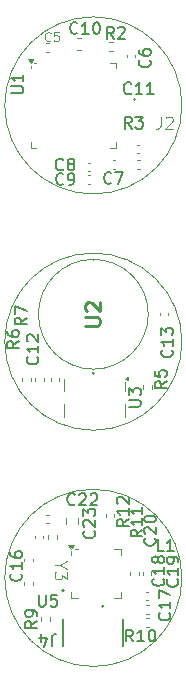
<source format=gbr>
%TF.GenerationSoftware,KiCad,Pcbnew,9.0.0*%
%TF.CreationDate,2025-03-13T16:46:45-04:00*%
%TF.ProjectId,IngestibleCapsule-Board_larger_vias,496e6765-7374-4696-926c-654361707375,rev?*%
%TF.SameCoordinates,Original*%
%TF.FileFunction,Legend,Top*%
%TF.FilePolarity,Positive*%
%FSLAX46Y46*%
G04 Gerber Fmt 4.6, Leading zero omitted, Abs format (unit mm)*
G04 Created by KiCad (PCBNEW 9.0.0) date 2025-03-13 16:46:45*
%MOMM*%
%LPD*%
G01*
G04 APERTURE LIST*
%ADD10C,0.150000*%
%ADD11C,0.093750*%
%ADD12C,0.254000*%
%ADD13C,0.100000*%
%ADD14C,0.152400*%
%ADD15C,0.120000*%
%ADD16C,0.200000*%
%TA.AperFunction,Profile*%
%ADD17C,0.050000*%
%TD*%
G04 APERTURE END LIST*
D10*
X96483333Y-120775180D02*
X96483333Y-120060895D01*
X96483333Y-120060895D02*
X96530952Y-119918038D01*
X96530952Y-119918038D02*
X96626190Y-119822800D01*
X96626190Y-119822800D02*
X96769047Y-119775180D01*
X96769047Y-119775180D02*
X96864285Y-119775180D01*
X95578571Y-120441847D02*
X95578571Y-119775180D01*
X95816666Y-120822800D02*
X96054761Y-120108514D01*
X96054761Y-120108514D02*
X95435714Y-120108514D01*
X95388095Y-116429819D02*
X95388095Y-117239342D01*
X95388095Y-117239342D02*
X95435714Y-117334580D01*
X95435714Y-117334580D02*
X95483333Y-117382200D01*
X95483333Y-117382200D02*
X95578571Y-117429819D01*
X95578571Y-117429819D02*
X95769047Y-117429819D01*
X95769047Y-117429819D02*
X95864285Y-117382200D01*
X95864285Y-117382200D02*
X95911904Y-117334580D01*
X95911904Y-117334580D02*
X95959523Y-117239342D01*
X95959523Y-117239342D02*
X95959523Y-116429819D01*
X96911904Y-116429819D02*
X96435714Y-116429819D01*
X96435714Y-116429819D02*
X96388095Y-116906009D01*
X96388095Y-116906009D02*
X96435714Y-116858390D01*
X96435714Y-116858390D02*
X96530952Y-116810771D01*
X96530952Y-116810771D02*
X96769047Y-116810771D01*
X96769047Y-116810771D02*
X96864285Y-116858390D01*
X96864285Y-116858390D02*
X96911904Y-116906009D01*
X96911904Y-116906009D02*
X96959523Y-117001247D01*
X96959523Y-117001247D02*
X96959523Y-117239342D01*
X96959523Y-117239342D02*
X96911904Y-117334580D01*
X96911904Y-117334580D02*
X96864285Y-117382200D01*
X96864285Y-117382200D02*
X96769047Y-117429819D01*
X96769047Y-117429819D02*
X96530952Y-117429819D01*
X96530952Y-117429819D02*
X96435714Y-117382200D01*
X96435714Y-117382200D02*
X96388095Y-117334580D01*
X107109580Y-115117857D02*
X107157200Y-115165476D01*
X107157200Y-115165476D02*
X107204819Y-115308333D01*
X107204819Y-115308333D02*
X107204819Y-115403571D01*
X107204819Y-115403571D02*
X107157200Y-115546428D01*
X107157200Y-115546428D02*
X107061961Y-115641666D01*
X107061961Y-115641666D02*
X106966723Y-115689285D01*
X106966723Y-115689285D02*
X106776247Y-115736904D01*
X106776247Y-115736904D02*
X106633390Y-115736904D01*
X106633390Y-115736904D02*
X106442914Y-115689285D01*
X106442914Y-115689285D02*
X106347676Y-115641666D01*
X106347676Y-115641666D02*
X106252438Y-115546428D01*
X106252438Y-115546428D02*
X106204819Y-115403571D01*
X106204819Y-115403571D02*
X106204819Y-115308333D01*
X106204819Y-115308333D02*
X106252438Y-115165476D01*
X106252438Y-115165476D02*
X106300057Y-115117857D01*
X107204819Y-114165476D02*
X107204819Y-114736904D01*
X107204819Y-114451190D02*
X106204819Y-114451190D01*
X106204819Y-114451190D02*
X106347676Y-114546428D01*
X106347676Y-114546428D02*
X106442914Y-114641666D01*
X106442914Y-114641666D02*
X106490533Y-114736904D01*
X107204819Y-113689285D02*
X107204819Y-113498809D01*
X107204819Y-113498809D02*
X107157200Y-113403571D01*
X107157200Y-113403571D02*
X107109580Y-113355952D01*
X107109580Y-113355952D02*
X106966723Y-113260714D01*
X106966723Y-113260714D02*
X106776247Y-113213095D01*
X106776247Y-113213095D02*
X106395295Y-113213095D01*
X106395295Y-113213095D02*
X106300057Y-113260714D01*
X106300057Y-113260714D02*
X106252438Y-113308333D01*
X106252438Y-113308333D02*
X106204819Y-113403571D01*
X106204819Y-113403571D02*
X106204819Y-113594047D01*
X106204819Y-113594047D02*
X106252438Y-113689285D01*
X106252438Y-113689285D02*
X106300057Y-113736904D01*
X106300057Y-113736904D02*
X106395295Y-113784523D01*
X106395295Y-113784523D02*
X106633390Y-113784523D01*
X106633390Y-113784523D02*
X106728628Y-113736904D01*
X106728628Y-113736904D02*
X106776247Y-113689285D01*
X106776247Y-113689285D02*
X106823866Y-113594047D01*
X106823866Y-113594047D02*
X106823866Y-113403571D01*
X106823866Y-113403571D02*
X106776247Y-113308333D01*
X106776247Y-113308333D02*
X106728628Y-113260714D01*
X106728628Y-113260714D02*
X106633390Y-113213095D01*
X105909580Y-115067857D02*
X105957200Y-115115476D01*
X105957200Y-115115476D02*
X106004819Y-115258333D01*
X106004819Y-115258333D02*
X106004819Y-115353571D01*
X106004819Y-115353571D02*
X105957200Y-115496428D01*
X105957200Y-115496428D02*
X105861961Y-115591666D01*
X105861961Y-115591666D02*
X105766723Y-115639285D01*
X105766723Y-115639285D02*
X105576247Y-115686904D01*
X105576247Y-115686904D02*
X105433390Y-115686904D01*
X105433390Y-115686904D02*
X105242914Y-115639285D01*
X105242914Y-115639285D02*
X105147676Y-115591666D01*
X105147676Y-115591666D02*
X105052438Y-115496428D01*
X105052438Y-115496428D02*
X105004819Y-115353571D01*
X105004819Y-115353571D02*
X105004819Y-115258333D01*
X105004819Y-115258333D02*
X105052438Y-115115476D01*
X105052438Y-115115476D02*
X105100057Y-115067857D01*
X106004819Y-114115476D02*
X106004819Y-114686904D01*
X106004819Y-114401190D02*
X105004819Y-114401190D01*
X105004819Y-114401190D02*
X105147676Y-114496428D01*
X105147676Y-114496428D02*
X105242914Y-114591666D01*
X105242914Y-114591666D02*
X105290533Y-114686904D01*
X105433390Y-113544047D02*
X105385771Y-113639285D01*
X105385771Y-113639285D02*
X105338152Y-113686904D01*
X105338152Y-113686904D02*
X105242914Y-113734523D01*
X105242914Y-113734523D02*
X105195295Y-113734523D01*
X105195295Y-113734523D02*
X105100057Y-113686904D01*
X105100057Y-113686904D02*
X105052438Y-113639285D01*
X105052438Y-113639285D02*
X105004819Y-113544047D01*
X105004819Y-113544047D02*
X105004819Y-113353571D01*
X105004819Y-113353571D02*
X105052438Y-113258333D01*
X105052438Y-113258333D02*
X105100057Y-113210714D01*
X105100057Y-113210714D02*
X105195295Y-113163095D01*
X105195295Y-113163095D02*
X105242914Y-113163095D01*
X105242914Y-113163095D02*
X105338152Y-113210714D01*
X105338152Y-113210714D02*
X105385771Y-113258333D01*
X105385771Y-113258333D02*
X105433390Y-113353571D01*
X105433390Y-113353571D02*
X105433390Y-113544047D01*
X105433390Y-113544047D02*
X105481009Y-113639285D01*
X105481009Y-113639285D02*
X105528628Y-113686904D01*
X105528628Y-113686904D02*
X105623866Y-113734523D01*
X105623866Y-113734523D02*
X105814342Y-113734523D01*
X105814342Y-113734523D02*
X105909580Y-113686904D01*
X105909580Y-113686904D02*
X105957200Y-113639285D01*
X105957200Y-113639285D02*
X106004819Y-113544047D01*
X106004819Y-113544047D02*
X106004819Y-113353571D01*
X106004819Y-113353571D02*
X105957200Y-113258333D01*
X105957200Y-113258333D02*
X105909580Y-113210714D01*
X105909580Y-113210714D02*
X105814342Y-113163095D01*
X105814342Y-113163095D02*
X105623866Y-113163095D01*
X105623866Y-113163095D02*
X105528628Y-113210714D01*
X105528628Y-113210714D02*
X105481009Y-113258333D01*
X105481009Y-113258333D02*
X105433390Y-113353571D01*
X106644579Y-95722858D02*
X106692199Y-95770477D01*
X106692199Y-95770477D02*
X106739818Y-95913334D01*
X106739818Y-95913334D02*
X106739818Y-96008572D01*
X106739818Y-96008572D02*
X106692199Y-96151429D01*
X106692199Y-96151429D02*
X106596960Y-96246667D01*
X106596960Y-96246667D02*
X106501722Y-96294286D01*
X106501722Y-96294286D02*
X106311246Y-96341905D01*
X106311246Y-96341905D02*
X106168389Y-96341905D01*
X106168389Y-96341905D02*
X105977913Y-96294286D01*
X105977913Y-96294286D02*
X105882675Y-96246667D01*
X105882675Y-96246667D02*
X105787437Y-96151429D01*
X105787437Y-96151429D02*
X105739818Y-96008572D01*
X105739818Y-96008572D02*
X105739818Y-95913334D01*
X105739818Y-95913334D02*
X105787437Y-95770477D01*
X105787437Y-95770477D02*
X105835056Y-95722858D01*
X106739818Y-94770477D02*
X106739818Y-95341905D01*
X106739818Y-95056191D02*
X105739818Y-95056191D01*
X105739818Y-95056191D02*
X105882675Y-95151429D01*
X105882675Y-95151429D02*
X105977913Y-95246667D01*
X105977913Y-95246667D02*
X106025532Y-95341905D01*
X105739818Y-94437143D02*
X105739818Y-93818096D01*
X105739818Y-93818096D02*
X106120770Y-94151429D01*
X106120770Y-94151429D02*
X106120770Y-94008572D01*
X106120770Y-94008572D02*
X106168389Y-93913334D01*
X106168389Y-93913334D02*
X106216008Y-93865715D01*
X106216008Y-93865715D02*
X106311246Y-93818096D01*
X106311246Y-93818096D02*
X106549341Y-93818096D01*
X106549341Y-93818096D02*
X106644579Y-93865715D01*
X106644579Y-93865715D02*
X106692199Y-93913334D01*
X106692199Y-93913334D02*
X106739818Y-94008572D01*
X106739818Y-94008572D02*
X106739818Y-94294286D01*
X106739818Y-94294286D02*
X106692199Y-94389524D01*
X106692199Y-94389524D02*
X106644579Y-94437143D01*
X103357142Y-120379819D02*
X103023809Y-119903628D01*
X102785714Y-120379819D02*
X102785714Y-119379819D01*
X102785714Y-119379819D02*
X103166666Y-119379819D01*
X103166666Y-119379819D02*
X103261904Y-119427438D01*
X103261904Y-119427438D02*
X103309523Y-119475057D01*
X103309523Y-119475057D02*
X103357142Y-119570295D01*
X103357142Y-119570295D02*
X103357142Y-119713152D01*
X103357142Y-119713152D02*
X103309523Y-119808390D01*
X103309523Y-119808390D02*
X103261904Y-119856009D01*
X103261904Y-119856009D02*
X103166666Y-119903628D01*
X103166666Y-119903628D02*
X102785714Y-119903628D01*
X104309523Y-120379819D02*
X103738095Y-120379819D01*
X104023809Y-120379819D02*
X104023809Y-119379819D01*
X104023809Y-119379819D02*
X103928571Y-119522676D01*
X103928571Y-119522676D02*
X103833333Y-119617914D01*
X103833333Y-119617914D02*
X103738095Y-119665533D01*
X104928571Y-119379819D02*
X105023809Y-119379819D01*
X105023809Y-119379819D02*
X105119047Y-119427438D01*
X105119047Y-119427438D02*
X105166666Y-119475057D01*
X105166666Y-119475057D02*
X105214285Y-119570295D01*
X105214285Y-119570295D02*
X105261904Y-119760771D01*
X105261904Y-119760771D02*
X105261904Y-119998866D01*
X105261904Y-119998866D02*
X105214285Y-120189342D01*
X105214285Y-120189342D02*
X105166666Y-120284580D01*
X105166666Y-120284580D02*
X105119047Y-120332200D01*
X105119047Y-120332200D02*
X105023809Y-120379819D01*
X105023809Y-120379819D02*
X104928571Y-120379819D01*
X104928571Y-120379819D02*
X104833333Y-120332200D01*
X104833333Y-120332200D02*
X104785714Y-120284580D01*
X104785714Y-120284580D02*
X104738095Y-120189342D01*
X104738095Y-120189342D02*
X104690476Y-119998866D01*
X104690476Y-119998866D02*
X104690476Y-119760771D01*
X104690476Y-119760771D02*
X104738095Y-119570295D01*
X104738095Y-119570295D02*
X104785714Y-119475057D01*
X104785714Y-119475057D02*
X104833333Y-119427438D01*
X104833333Y-119427438D02*
X104928571Y-119379819D01*
D11*
X96374999Y-69470660D02*
X96339285Y-69506375D01*
X96339285Y-69506375D02*
X96232142Y-69542089D01*
X96232142Y-69542089D02*
X96160714Y-69542089D01*
X96160714Y-69542089D02*
X96053571Y-69506375D01*
X96053571Y-69506375D02*
X95982142Y-69434946D01*
X95982142Y-69434946D02*
X95946428Y-69363517D01*
X95946428Y-69363517D02*
X95910714Y-69220660D01*
X95910714Y-69220660D02*
X95910714Y-69113517D01*
X95910714Y-69113517D02*
X95946428Y-68970660D01*
X95946428Y-68970660D02*
X95982142Y-68899232D01*
X95982142Y-68899232D02*
X96053571Y-68827803D01*
X96053571Y-68827803D02*
X96160714Y-68792089D01*
X96160714Y-68792089D02*
X96232142Y-68792089D01*
X96232142Y-68792089D02*
X96339285Y-68827803D01*
X96339285Y-68827803D02*
X96374999Y-68863517D01*
X97053571Y-68792089D02*
X96696428Y-68792089D01*
X96696428Y-68792089D02*
X96660714Y-69149232D01*
X96660714Y-69149232D02*
X96696428Y-69113517D01*
X96696428Y-69113517D02*
X96767857Y-69077803D01*
X96767857Y-69077803D02*
X96946428Y-69077803D01*
X96946428Y-69077803D02*
X97017857Y-69113517D01*
X97017857Y-69113517D02*
X97053571Y-69149232D01*
X97053571Y-69149232D02*
X97089285Y-69220660D01*
X97089285Y-69220660D02*
X97089285Y-69399232D01*
X97089285Y-69399232D02*
X97053571Y-69470660D01*
X97053571Y-69470660D02*
X97017857Y-69506375D01*
X97017857Y-69506375D02*
X96946428Y-69542089D01*
X96946428Y-69542089D02*
X96767857Y-69542089D01*
X96767857Y-69542089D02*
X96696428Y-69506375D01*
X96696428Y-69506375D02*
X96660714Y-69470660D01*
D10*
X97453333Y-81639580D02*
X97405714Y-81687200D01*
X97405714Y-81687200D02*
X97262857Y-81734819D01*
X97262857Y-81734819D02*
X97167619Y-81734819D01*
X97167619Y-81734819D02*
X97024762Y-81687200D01*
X97024762Y-81687200D02*
X96929524Y-81591961D01*
X96929524Y-81591961D02*
X96881905Y-81496723D01*
X96881905Y-81496723D02*
X96834286Y-81306247D01*
X96834286Y-81306247D02*
X96834286Y-81163390D01*
X96834286Y-81163390D02*
X96881905Y-80972914D01*
X96881905Y-80972914D02*
X96929524Y-80877676D01*
X96929524Y-80877676D02*
X97024762Y-80782438D01*
X97024762Y-80782438D02*
X97167619Y-80734819D01*
X97167619Y-80734819D02*
X97262857Y-80734819D01*
X97262857Y-80734819D02*
X97405714Y-80782438D01*
X97405714Y-80782438D02*
X97453333Y-80830057D01*
X97929524Y-81734819D02*
X98120000Y-81734819D01*
X98120000Y-81734819D02*
X98215238Y-81687200D01*
X98215238Y-81687200D02*
X98262857Y-81639580D01*
X98262857Y-81639580D02*
X98358095Y-81496723D01*
X98358095Y-81496723D02*
X98405714Y-81306247D01*
X98405714Y-81306247D02*
X98405714Y-80925295D01*
X98405714Y-80925295D02*
X98358095Y-80830057D01*
X98358095Y-80830057D02*
X98310476Y-80782438D01*
X98310476Y-80782438D02*
X98215238Y-80734819D01*
X98215238Y-80734819D02*
X98024762Y-80734819D01*
X98024762Y-80734819D02*
X97929524Y-80782438D01*
X97929524Y-80782438D02*
X97881905Y-80830057D01*
X97881905Y-80830057D02*
X97834286Y-80925295D01*
X97834286Y-80925295D02*
X97834286Y-81163390D01*
X97834286Y-81163390D02*
X97881905Y-81258628D01*
X97881905Y-81258628D02*
X97929524Y-81306247D01*
X97929524Y-81306247D02*
X98024762Y-81353866D01*
X98024762Y-81353866D02*
X98215238Y-81353866D01*
X98215238Y-81353866D02*
X98310476Y-81306247D01*
X98310476Y-81306247D02*
X98358095Y-81258628D01*
X98358095Y-81258628D02*
X98405714Y-81163390D01*
D12*
X99304318Y-93647619D02*
X100332413Y-93647619D01*
X100332413Y-93647619D02*
X100453365Y-93587142D01*
X100453365Y-93587142D02*
X100513842Y-93526666D01*
X100513842Y-93526666D02*
X100574318Y-93405714D01*
X100574318Y-93405714D02*
X100574318Y-93163809D01*
X100574318Y-93163809D02*
X100513842Y-93042857D01*
X100513842Y-93042857D02*
X100453365Y-92982380D01*
X100453365Y-92982380D02*
X100332413Y-92921904D01*
X100332413Y-92921904D02*
X99304318Y-92921904D01*
X99425270Y-92377619D02*
X99364794Y-92317143D01*
X99364794Y-92317143D02*
X99304318Y-92196190D01*
X99304318Y-92196190D02*
X99304318Y-91893809D01*
X99304318Y-91893809D02*
X99364794Y-91772857D01*
X99364794Y-91772857D02*
X99425270Y-91712381D01*
X99425270Y-91712381D02*
X99546222Y-91651904D01*
X99546222Y-91651904D02*
X99667175Y-91651904D01*
X99667175Y-91651904D02*
X99848603Y-91712381D01*
X99848603Y-91712381D02*
X100574318Y-92438095D01*
X100574318Y-92438095D02*
X100574318Y-91651904D01*
D10*
X105209580Y-111642857D02*
X105257200Y-111690476D01*
X105257200Y-111690476D02*
X105304819Y-111833333D01*
X105304819Y-111833333D02*
X105304819Y-111928571D01*
X105304819Y-111928571D02*
X105257200Y-112071428D01*
X105257200Y-112071428D02*
X105161961Y-112166666D01*
X105161961Y-112166666D02*
X105066723Y-112214285D01*
X105066723Y-112214285D02*
X104876247Y-112261904D01*
X104876247Y-112261904D02*
X104733390Y-112261904D01*
X104733390Y-112261904D02*
X104542914Y-112214285D01*
X104542914Y-112214285D02*
X104447676Y-112166666D01*
X104447676Y-112166666D02*
X104352438Y-112071428D01*
X104352438Y-112071428D02*
X104304819Y-111928571D01*
X104304819Y-111928571D02*
X104304819Y-111833333D01*
X104304819Y-111833333D02*
X104352438Y-111690476D01*
X104352438Y-111690476D02*
X104400057Y-111642857D01*
X104400057Y-111261904D02*
X104352438Y-111214285D01*
X104352438Y-111214285D02*
X104304819Y-111119047D01*
X104304819Y-111119047D02*
X104304819Y-110880952D01*
X104304819Y-110880952D02*
X104352438Y-110785714D01*
X104352438Y-110785714D02*
X104400057Y-110738095D01*
X104400057Y-110738095D02*
X104495295Y-110690476D01*
X104495295Y-110690476D02*
X104590533Y-110690476D01*
X104590533Y-110690476D02*
X104733390Y-110738095D01*
X104733390Y-110738095D02*
X105304819Y-111309523D01*
X105304819Y-111309523D02*
X105304819Y-110690476D01*
X104304819Y-110071428D02*
X104304819Y-109976190D01*
X104304819Y-109976190D02*
X104352438Y-109880952D01*
X104352438Y-109880952D02*
X104400057Y-109833333D01*
X104400057Y-109833333D02*
X104495295Y-109785714D01*
X104495295Y-109785714D02*
X104685771Y-109738095D01*
X104685771Y-109738095D02*
X104923866Y-109738095D01*
X104923866Y-109738095D02*
X105114342Y-109785714D01*
X105114342Y-109785714D02*
X105209580Y-109833333D01*
X105209580Y-109833333D02*
X105257200Y-109880952D01*
X105257200Y-109880952D02*
X105304819Y-109976190D01*
X105304819Y-109976190D02*
X105304819Y-110071428D01*
X105304819Y-110071428D02*
X105257200Y-110166666D01*
X105257200Y-110166666D02*
X105209580Y-110214285D01*
X105209580Y-110214285D02*
X105114342Y-110261904D01*
X105114342Y-110261904D02*
X104923866Y-110309523D01*
X104923866Y-110309523D02*
X104685771Y-110309523D01*
X104685771Y-110309523D02*
X104495295Y-110261904D01*
X104495295Y-110261904D02*
X104400057Y-110214285D01*
X104400057Y-110214285D02*
X104352438Y-110166666D01*
X104352438Y-110166666D02*
X104304819Y-110071428D01*
X106204819Y-98366666D02*
X105728628Y-98699999D01*
X106204819Y-98938094D02*
X105204819Y-98938094D01*
X105204819Y-98938094D02*
X105204819Y-98557142D01*
X105204819Y-98557142D02*
X105252438Y-98461904D01*
X105252438Y-98461904D02*
X105300057Y-98414285D01*
X105300057Y-98414285D02*
X105395295Y-98366666D01*
X105395295Y-98366666D02*
X105538152Y-98366666D01*
X105538152Y-98366666D02*
X105633390Y-98414285D01*
X105633390Y-98414285D02*
X105681009Y-98461904D01*
X105681009Y-98461904D02*
X105728628Y-98557142D01*
X105728628Y-98557142D02*
X105728628Y-98938094D01*
X105204819Y-97461904D02*
X105204819Y-97938094D01*
X105204819Y-97938094D02*
X105681009Y-97985713D01*
X105681009Y-97985713D02*
X105633390Y-97938094D01*
X105633390Y-97938094D02*
X105585771Y-97842856D01*
X105585771Y-97842856D02*
X105585771Y-97604761D01*
X105585771Y-97604761D02*
X105633390Y-97509523D01*
X105633390Y-97509523D02*
X105681009Y-97461904D01*
X105681009Y-97461904D02*
X105776247Y-97414285D01*
X105776247Y-97414285D02*
X106014342Y-97414285D01*
X106014342Y-97414285D02*
X106109580Y-97461904D01*
X106109580Y-97461904D02*
X106157200Y-97509523D01*
X106157200Y-97509523D02*
X106204819Y-97604761D01*
X106204819Y-97604761D02*
X106204819Y-97842856D01*
X106204819Y-97842856D02*
X106157200Y-97938094D01*
X106157200Y-97938094D02*
X106109580Y-97985713D01*
X106434580Y-117962857D02*
X106482200Y-118010476D01*
X106482200Y-118010476D02*
X106529819Y-118153333D01*
X106529819Y-118153333D02*
X106529819Y-118248571D01*
X106529819Y-118248571D02*
X106482200Y-118391428D01*
X106482200Y-118391428D02*
X106386961Y-118486666D01*
X106386961Y-118486666D02*
X106291723Y-118534285D01*
X106291723Y-118534285D02*
X106101247Y-118581904D01*
X106101247Y-118581904D02*
X105958390Y-118581904D01*
X105958390Y-118581904D02*
X105767914Y-118534285D01*
X105767914Y-118534285D02*
X105672676Y-118486666D01*
X105672676Y-118486666D02*
X105577438Y-118391428D01*
X105577438Y-118391428D02*
X105529819Y-118248571D01*
X105529819Y-118248571D02*
X105529819Y-118153333D01*
X105529819Y-118153333D02*
X105577438Y-118010476D01*
X105577438Y-118010476D02*
X105625057Y-117962857D01*
X106529819Y-117010476D02*
X106529819Y-117581904D01*
X106529819Y-117296190D02*
X105529819Y-117296190D01*
X105529819Y-117296190D02*
X105672676Y-117391428D01*
X105672676Y-117391428D02*
X105767914Y-117486666D01*
X105767914Y-117486666D02*
X105815533Y-117581904D01*
X105529819Y-116677142D02*
X105529819Y-116010476D01*
X105529819Y-116010476D02*
X106529819Y-116439047D01*
X100059580Y-111042857D02*
X100107200Y-111090476D01*
X100107200Y-111090476D02*
X100154819Y-111233333D01*
X100154819Y-111233333D02*
X100154819Y-111328571D01*
X100154819Y-111328571D02*
X100107200Y-111471428D01*
X100107200Y-111471428D02*
X100011961Y-111566666D01*
X100011961Y-111566666D02*
X99916723Y-111614285D01*
X99916723Y-111614285D02*
X99726247Y-111661904D01*
X99726247Y-111661904D02*
X99583390Y-111661904D01*
X99583390Y-111661904D02*
X99392914Y-111614285D01*
X99392914Y-111614285D02*
X99297676Y-111566666D01*
X99297676Y-111566666D02*
X99202438Y-111471428D01*
X99202438Y-111471428D02*
X99154819Y-111328571D01*
X99154819Y-111328571D02*
X99154819Y-111233333D01*
X99154819Y-111233333D02*
X99202438Y-111090476D01*
X99202438Y-111090476D02*
X99250057Y-111042857D01*
X99250057Y-110661904D02*
X99202438Y-110614285D01*
X99202438Y-110614285D02*
X99154819Y-110519047D01*
X99154819Y-110519047D02*
X99154819Y-110280952D01*
X99154819Y-110280952D02*
X99202438Y-110185714D01*
X99202438Y-110185714D02*
X99250057Y-110138095D01*
X99250057Y-110138095D02*
X99345295Y-110090476D01*
X99345295Y-110090476D02*
X99440533Y-110090476D01*
X99440533Y-110090476D02*
X99583390Y-110138095D01*
X99583390Y-110138095D02*
X100154819Y-110709523D01*
X100154819Y-110709523D02*
X100154819Y-110090476D01*
X99154819Y-109757142D02*
X99154819Y-109138095D01*
X99154819Y-109138095D02*
X99535771Y-109471428D01*
X99535771Y-109471428D02*
X99535771Y-109328571D01*
X99535771Y-109328571D02*
X99583390Y-109233333D01*
X99583390Y-109233333D02*
X99631009Y-109185714D01*
X99631009Y-109185714D02*
X99726247Y-109138095D01*
X99726247Y-109138095D02*
X99964342Y-109138095D01*
X99964342Y-109138095D02*
X100059580Y-109185714D01*
X100059580Y-109185714D02*
X100107200Y-109233333D01*
X100107200Y-109233333D02*
X100154819Y-109328571D01*
X100154819Y-109328571D02*
X100154819Y-109614285D01*
X100154819Y-109614285D02*
X100107200Y-109709523D01*
X100107200Y-109709523D02*
X100059580Y-109757142D01*
X95259580Y-96292857D02*
X95307200Y-96340476D01*
X95307200Y-96340476D02*
X95354819Y-96483333D01*
X95354819Y-96483333D02*
X95354819Y-96578571D01*
X95354819Y-96578571D02*
X95307200Y-96721428D01*
X95307200Y-96721428D02*
X95211961Y-96816666D01*
X95211961Y-96816666D02*
X95116723Y-96864285D01*
X95116723Y-96864285D02*
X94926247Y-96911904D01*
X94926247Y-96911904D02*
X94783390Y-96911904D01*
X94783390Y-96911904D02*
X94592914Y-96864285D01*
X94592914Y-96864285D02*
X94497676Y-96816666D01*
X94497676Y-96816666D02*
X94402438Y-96721428D01*
X94402438Y-96721428D02*
X94354819Y-96578571D01*
X94354819Y-96578571D02*
X94354819Y-96483333D01*
X94354819Y-96483333D02*
X94402438Y-96340476D01*
X94402438Y-96340476D02*
X94450057Y-96292857D01*
X95354819Y-95340476D02*
X95354819Y-95911904D01*
X95354819Y-95626190D02*
X94354819Y-95626190D01*
X94354819Y-95626190D02*
X94497676Y-95721428D01*
X94497676Y-95721428D02*
X94592914Y-95816666D01*
X94592914Y-95816666D02*
X94640533Y-95911904D01*
X94450057Y-94959523D02*
X94402438Y-94911904D01*
X94402438Y-94911904D02*
X94354819Y-94816666D01*
X94354819Y-94816666D02*
X94354819Y-94578571D01*
X94354819Y-94578571D02*
X94402438Y-94483333D01*
X94402438Y-94483333D02*
X94450057Y-94435714D01*
X94450057Y-94435714D02*
X94545295Y-94388095D01*
X94545295Y-94388095D02*
X94640533Y-94388095D01*
X94640533Y-94388095D02*
X94783390Y-94435714D01*
X94783390Y-94435714D02*
X95354819Y-95007142D01*
X95354819Y-95007142D02*
X95354819Y-94388095D01*
X98657142Y-68859580D02*
X98609523Y-68907200D01*
X98609523Y-68907200D02*
X98466666Y-68954819D01*
X98466666Y-68954819D02*
X98371428Y-68954819D01*
X98371428Y-68954819D02*
X98228571Y-68907200D01*
X98228571Y-68907200D02*
X98133333Y-68811961D01*
X98133333Y-68811961D02*
X98085714Y-68716723D01*
X98085714Y-68716723D02*
X98038095Y-68526247D01*
X98038095Y-68526247D02*
X98038095Y-68383390D01*
X98038095Y-68383390D02*
X98085714Y-68192914D01*
X98085714Y-68192914D02*
X98133333Y-68097676D01*
X98133333Y-68097676D02*
X98228571Y-68002438D01*
X98228571Y-68002438D02*
X98371428Y-67954819D01*
X98371428Y-67954819D02*
X98466666Y-67954819D01*
X98466666Y-67954819D02*
X98609523Y-68002438D01*
X98609523Y-68002438D02*
X98657142Y-68050057D01*
X99609523Y-68954819D02*
X99038095Y-68954819D01*
X99323809Y-68954819D02*
X99323809Y-67954819D01*
X99323809Y-67954819D02*
X99228571Y-68097676D01*
X99228571Y-68097676D02*
X99133333Y-68192914D01*
X99133333Y-68192914D02*
X99038095Y-68240533D01*
X100228571Y-67954819D02*
X100323809Y-67954819D01*
X100323809Y-67954819D02*
X100419047Y-68002438D01*
X100419047Y-68002438D02*
X100466666Y-68050057D01*
X100466666Y-68050057D02*
X100514285Y-68145295D01*
X100514285Y-68145295D02*
X100561904Y-68335771D01*
X100561904Y-68335771D02*
X100561904Y-68573866D01*
X100561904Y-68573866D02*
X100514285Y-68764342D01*
X100514285Y-68764342D02*
X100466666Y-68859580D01*
X100466666Y-68859580D02*
X100419047Y-68907200D01*
X100419047Y-68907200D02*
X100323809Y-68954819D01*
X100323809Y-68954819D02*
X100228571Y-68954819D01*
X100228571Y-68954819D02*
X100133333Y-68907200D01*
X100133333Y-68907200D02*
X100085714Y-68859580D01*
X100085714Y-68859580D02*
X100038095Y-68764342D01*
X100038095Y-68764342D02*
X99990476Y-68573866D01*
X99990476Y-68573866D02*
X99990476Y-68335771D01*
X99990476Y-68335771D02*
X100038095Y-68145295D01*
X100038095Y-68145295D02*
X100085714Y-68050057D01*
X100085714Y-68050057D02*
X100133333Y-68002438D01*
X100133333Y-68002438D02*
X100228571Y-67954819D01*
X98432142Y-108759580D02*
X98384523Y-108807200D01*
X98384523Y-108807200D02*
X98241666Y-108854819D01*
X98241666Y-108854819D02*
X98146428Y-108854819D01*
X98146428Y-108854819D02*
X98003571Y-108807200D01*
X98003571Y-108807200D02*
X97908333Y-108711961D01*
X97908333Y-108711961D02*
X97860714Y-108616723D01*
X97860714Y-108616723D02*
X97813095Y-108426247D01*
X97813095Y-108426247D02*
X97813095Y-108283390D01*
X97813095Y-108283390D02*
X97860714Y-108092914D01*
X97860714Y-108092914D02*
X97908333Y-107997676D01*
X97908333Y-107997676D02*
X98003571Y-107902438D01*
X98003571Y-107902438D02*
X98146428Y-107854819D01*
X98146428Y-107854819D02*
X98241666Y-107854819D01*
X98241666Y-107854819D02*
X98384523Y-107902438D01*
X98384523Y-107902438D02*
X98432142Y-107950057D01*
X98813095Y-107950057D02*
X98860714Y-107902438D01*
X98860714Y-107902438D02*
X98955952Y-107854819D01*
X98955952Y-107854819D02*
X99194047Y-107854819D01*
X99194047Y-107854819D02*
X99289285Y-107902438D01*
X99289285Y-107902438D02*
X99336904Y-107950057D01*
X99336904Y-107950057D02*
X99384523Y-108045295D01*
X99384523Y-108045295D02*
X99384523Y-108140533D01*
X99384523Y-108140533D02*
X99336904Y-108283390D01*
X99336904Y-108283390D02*
X98765476Y-108854819D01*
X98765476Y-108854819D02*
X99384523Y-108854819D01*
X99765476Y-107950057D02*
X99813095Y-107902438D01*
X99813095Y-107902438D02*
X99908333Y-107854819D01*
X99908333Y-107854819D02*
X100146428Y-107854819D01*
X100146428Y-107854819D02*
X100241666Y-107902438D01*
X100241666Y-107902438D02*
X100289285Y-107950057D01*
X100289285Y-107950057D02*
X100336904Y-108045295D01*
X100336904Y-108045295D02*
X100336904Y-108140533D01*
X100336904Y-108140533D02*
X100289285Y-108283390D01*
X100289285Y-108283390D02*
X99717857Y-108854819D01*
X99717857Y-108854819D02*
X100336904Y-108854819D01*
X97443333Y-80409580D02*
X97395714Y-80457200D01*
X97395714Y-80457200D02*
X97252857Y-80504819D01*
X97252857Y-80504819D02*
X97157619Y-80504819D01*
X97157619Y-80504819D02*
X97014762Y-80457200D01*
X97014762Y-80457200D02*
X96919524Y-80361961D01*
X96919524Y-80361961D02*
X96871905Y-80266723D01*
X96871905Y-80266723D02*
X96824286Y-80076247D01*
X96824286Y-80076247D02*
X96824286Y-79933390D01*
X96824286Y-79933390D02*
X96871905Y-79742914D01*
X96871905Y-79742914D02*
X96919524Y-79647676D01*
X96919524Y-79647676D02*
X97014762Y-79552438D01*
X97014762Y-79552438D02*
X97157619Y-79504819D01*
X97157619Y-79504819D02*
X97252857Y-79504819D01*
X97252857Y-79504819D02*
X97395714Y-79552438D01*
X97395714Y-79552438D02*
X97443333Y-79600057D01*
X98014762Y-79933390D02*
X97919524Y-79885771D01*
X97919524Y-79885771D02*
X97871905Y-79838152D01*
X97871905Y-79838152D02*
X97824286Y-79742914D01*
X97824286Y-79742914D02*
X97824286Y-79695295D01*
X97824286Y-79695295D02*
X97871905Y-79600057D01*
X97871905Y-79600057D02*
X97919524Y-79552438D01*
X97919524Y-79552438D02*
X98014762Y-79504819D01*
X98014762Y-79504819D02*
X98205238Y-79504819D01*
X98205238Y-79504819D02*
X98300476Y-79552438D01*
X98300476Y-79552438D02*
X98348095Y-79600057D01*
X98348095Y-79600057D02*
X98395714Y-79695295D01*
X98395714Y-79695295D02*
X98395714Y-79742914D01*
X98395714Y-79742914D02*
X98348095Y-79838152D01*
X98348095Y-79838152D02*
X98300476Y-79885771D01*
X98300476Y-79885771D02*
X98205238Y-79933390D01*
X98205238Y-79933390D02*
X98014762Y-79933390D01*
X98014762Y-79933390D02*
X97919524Y-79981009D01*
X97919524Y-79981009D02*
X97871905Y-80028628D01*
X97871905Y-80028628D02*
X97824286Y-80123866D01*
X97824286Y-80123866D02*
X97824286Y-80314342D01*
X97824286Y-80314342D02*
X97871905Y-80409580D01*
X97871905Y-80409580D02*
X97919524Y-80457200D01*
X97919524Y-80457200D02*
X98014762Y-80504819D01*
X98014762Y-80504819D02*
X98205238Y-80504819D01*
X98205238Y-80504819D02*
X98300476Y-80457200D01*
X98300476Y-80457200D02*
X98348095Y-80409580D01*
X98348095Y-80409580D02*
X98395714Y-80314342D01*
X98395714Y-80314342D02*
X98395714Y-80123866D01*
X98395714Y-80123866D02*
X98348095Y-80028628D01*
X98348095Y-80028628D02*
X98300476Y-79981009D01*
X98300476Y-79981009D02*
X98205238Y-79933390D01*
X103207142Y-73959580D02*
X103159523Y-74007200D01*
X103159523Y-74007200D02*
X103016666Y-74054819D01*
X103016666Y-74054819D02*
X102921428Y-74054819D01*
X102921428Y-74054819D02*
X102778571Y-74007200D01*
X102778571Y-74007200D02*
X102683333Y-73911961D01*
X102683333Y-73911961D02*
X102635714Y-73816723D01*
X102635714Y-73816723D02*
X102588095Y-73626247D01*
X102588095Y-73626247D02*
X102588095Y-73483390D01*
X102588095Y-73483390D02*
X102635714Y-73292914D01*
X102635714Y-73292914D02*
X102683333Y-73197676D01*
X102683333Y-73197676D02*
X102778571Y-73102438D01*
X102778571Y-73102438D02*
X102921428Y-73054819D01*
X102921428Y-73054819D02*
X103016666Y-73054819D01*
X103016666Y-73054819D02*
X103159523Y-73102438D01*
X103159523Y-73102438D02*
X103207142Y-73150057D01*
X104159523Y-74054819D02*
X103588095Y-74054819D01*
X103873809Y-74054819D02*
X103873809Y-73054819D01*
X103873809Y-73054819D02*
X103778571Y-73197676D01*
X103778571Y-73197676D02*
X103683333Y-73292914D01*
X103683333Y-73292914D02*
X103588095Y-73340533D01*
X105111904Y-74054819D02*
X104540476Y-74054819D01*
X104826190Y-74054819D02*
X104826190Y-73054819D01*
X104826190Y-73054819D02*
X104730952Y-73197676D01*
X104730952Y-73197676D02*
X104635714Y-73292914D01*
X104635714Y-73292914D02*
X104540476Y-73340533D01*
X104154819Y-110917857D02*
X103678628Y-111251190D01*
X104154819Y-111489285D02*
X103154819Y-111489285D01*
X103154819Y-111489285D02*
X103154819Y-111108333D01*
X103154819Y-111108333D02*
X103202438Y-111013095D01*
X103202438Y-111013095D02*
X103250057Y-110965476D01*
X103250057Y-110965476D02*
X103345295Y-110917857D01*
X103345295Y-110917857D02*
X103488152Y-110917857D01*
X103488152Y-110917857D02*
X103583390Y-110965476D01*
X103583390Y-110965476D02*
X103631009Y-111013095D01*
X103631009Y-111013095D02*
X103678628Y-111108333D01*
X103678628Y-111108333D02*
X103678628Y-111489285D01*
X104154819Y-109965476D02*
X104154819Y-110536904D01*
X104154819Y-110251190D02*
X103154819Y-110251190D01*
X103154819Y-110251190D02*
X103297676Y-110346428D01*
X103297676Y-110346428D02*
X103392914Y-110441666D01*
X103392914Y-110441666D02*
X103440533Y-110536904D01*
X104154819Y-109013095D02*
X104154819Y-109584523D01*
X104154819Y-109298809D02*
X103154819Y-109298809D01*
X103154819Y-109298809D02*
X103297676Y-109394047D01*
X103297676Y-109394047D02*
X103392914Y-109489285D01*
X103392914Y-109489285D02*
X103440533Y-109584523D01*
X94354819Y-92966666D02*
X93878628Y-93299999D01*
X94354819Y-93538094D02*
X93354819Y-93538094D01*
X93354819Y-93538094D02*
X93354819Y-93157142D01*
X93354819Y-93157142D02*
X93402438Y-93061904D01*
X93402438Y-93061904D02*
X93450057Y-93014285D01*
X93450057Y-93014285D02*
X93545295Y-92966666D01*
X93545295Y-92966666D02*
X93688152Y-92966666D01*
X93688152Y-92966666D02*
X93783390Y-93014285D01*
X93783390Y-93014285D02*
X93831009Y-93061904D01*
X93831009Y-93061904D02*
X93878628Y-93157142D01*
X93878628Y-93157142D02*
X93878628Y-93538094D01*
X93354819Y-92633332D02*
X93354819Y-91966666D01*
X93354819Y-91966666D02*
X94354819Y-92395237D01*
X104759580Y-71166666D02*
X104807200Y-71214285D01*
X104807200Y-71214285D02*
X104854819Y-71357142D01*
X104854819Y-71357142D02*
X104854819Y-71452380D01*
X104854819Y-71452380D02*
X104807200Y-71595237D01*
X104807200Y-71595237D02*
X104711961Y-71690475D01*
X104711961Y-71690475D02*
X104616723Y-71738094D01*
X104616723Y-71738094D02*
X104426247Y-71785713D01*
X104426247Y-71785713D02*
X104283390Y-71785713D01*
X104283390Y-71785713D02*
X104092914Y-71738094D01*
X104092914Y-71738094D02*
X103997676Y-71690475D01*
X103997676Y-71690475D02*
X103902438Y-71595237D01*
X103902438Y-71595237D02*
X103854819Y-71452380D01*
X103854819Y-71452380D02*
X103854819Y-71357142D01*
X103854819Y-71357142D02*
X103902438Y-71214285D01*
X103902438Y-71214285D02*
X103950057Y-71166666D01*
X103854819Y-70309523D02*
X103854819Y-70499999D01*
X103854819Y-70499999D02*
X103902438Y-70595237D01*
X103902438Y-70595237D02*
X103950057Y-70642856D01*
X103950057Y-70642856D02*
X104092914Y-70738094D01*
X104092914Y-70738094D02*
X104283390Y-70785713D01*
X104283390Y-70785713D02*
X104664342Y-70785713D01*
X104664342Y-70785713D02*
X104759580Y-70738094D01*
X104759580Y-70738094D02*
X104807200Y-70690475D01*
X104807200Y-70690475D02*
X104854819Y-70595237D01*
X104854819Y-70595237D02*
X104854819Y-70404761D01*
X104854819Y-70404761D02*
X104807200Y-70309523D01*
X104807200Y-70309523D02*
X104759580Y-70261904D01*
X104759580Y-70261904D02*
X104664342Y-70214285D01*
X104664342Y-70214285D02*
X104426247Y-70214285D01*
X104426247Y-70214285D02*
X104331009Y-70261904D01*
X104331009Y-70261904D02*
X104283390Y-70309523D01*
X104283390Y-70309523D02*
X104235771Y-70404761D01*
X104235771Y-70404761D02*
X104235771Y-70595237D01*
X104235771Y-70595237D02*
X104283390Y-70690475D01*
X104283390Y-70690475D02*
X104331009Y-70738094D01*
X104331009Y-70738094D02*
X104426247Y-70785713D01*
X101533333Y-81559580D02*
X101485714Y-81607200D01*
X101485714Y-81607200D02*
X101342857Y-81654819D01*
X101342857Y-81654819D02*
X101247619Y-81654819D01*
X101247619Y-81654819D02*
X101104762Y-81607200D01*
X101104762Y-81607200D02*
X101009524Y-81511961D01*
X101009524Y-81511961D02*
X100961905Y-81416723D01*
X100961905Y-81416723D02*
X100914286Y-81226247D01*
X100914286Y-81226247D02*
X100914286Y-81083390D01*
X100914286Y-81083390D02*
X100961905Y-80892914D01*
X100961905Y-80892914D02*
X101009524Y-80797676D01*
X101009524Y-80797676D02*
X101104762Y-80702438D01*
X101104762Y-80702438D02*
X101247619Y-80654819D01*
X101247619Y-80654819D02*
X101342857Y-80654819D01*
X101342857Y-80654819D02*
X101485714Y-80702438D01*
X101485714Y-80702438D02*
X101533333Y-80750057D01*
X101866667Y-80654819D02*
X102533333Y-80654819D01*
X102533333Y-80654819D02*
X102104762Y-81654819D01*
X93704819Y-94966666D02*
X93228628Y-95299999D01*
X93704819Y-95538094D02*
X92704819Y-95538094D01*
X92704819Y-95538094D02*
X92704819Y-95157142D01*
X92704819Y-95157142D02*
X92752438Y-95061904D01*
X92752438Y-95061904D02*
X92800057Y-95014285D01*
X92800057Y-95014285D02*
X92895295Y-94966666D01*
X92895295Y-94966666D02*
X93038152Y-94966666D01*
X93038152Y-94966666D02*
X93133390Y-95014285D01*
X93133390Y-95014285D02*
X93181009Y-95061904D01*
X93181009Y-95061904D02*
X93228628Y-95157142D01*
X93228628Y-95157142D02*
X93228628Y-95538094D01*
X92704819Y-94109523D02*
X92704819Y-94299999D01*
X92704819Y-94299999D02*
X92752438Y-94395237D01*
X92752438Y-94395237D02*
X92800057Y-94442856D01*
X92800057Y-94442856D02*
X92942914Y-94538094D01*
X92942914Y-94538094D02*
X93133390Y-94585713D01*
X93133390Y-94585713D02*
X93514342Y-94585713D01*
X93514342Y-94585713D02*
X93609580Y-94538094D01*
X93609580Y-94538094D02*
X93657200Y-94490475D01*
X93657200Y-94490475D02*
X93704819Y-94395237D01*
X93704819Y-94395237D02*
X93704819Y-94204761D01*
X93704819Y-94204761D02*
X93657200Y-94109523D01*
X93657200Y-94109523D02*
X93609580Y-94061904D01*
X93609580Y-94061904D02*
X93514342Y-94014285D01*
X93514342Y-94014285D02*
X93276247Y-94014285D01*
X93276247Y-94014285D02*
X93181009Y-94061904D01*
X93181009Y-94061904D02*
X93133390Y-94109523D01*
X93133390Y-94109523D02*
X93085771Y-94204761D01*
X93085771Y-94204761D02*
X93085771Y-94395237D01*
X93085771Y-94395237D02*
X93133390Y-94490475D01*
X93133390Y-94490475D02*
X93181009Y-94538094D01*
X93181009Y-94538094D02*
X93276247Y-94585713D01*
X95234819Y-118666666D02*
X94758628Y-118999999D01*
X95234819Y-119238094D02*
X94234819Y-119238094D01*
X94234819Y-119238094D02*
X94234819Y-118857142D01*
X94234819Y-118857142D02*
X94282438Y-118761904D01*
X94282438Y-118761904D02*
X94330057Y-118714285D01*
X94330057Y-118714285D02*
X94425295Y-118666666D01*
X94425295Y-118666666D02*
X94568152Y-118666666D01*
X94568152Y-118666666D02*
X94663390Y-118714285D01*
X94663390Y-118714285D02*
X94711009Y-118761904D01*
X94711009Y-118761904D02*
X94758628Y-118857142D01*
X94758628Y-118857142D02*
X94758628Y-119238094D01*
X95234819Y-118190475D02*
X95234819Y-117999999D01*
X95234819Y-117999999D02*
X95187200Y-117904761D01*
X95187200Y-117904761D02*
X95139580Y-117857142D01*
X95139580Y-117857142D02*
X94996723Y-117761904D01*
X94996723Y-117761904D02*
X94806247Y-117714285D01*
X94806247Y-117714285D02*
X94425295Y-117714285D01*
X94425295Y-117714285D02*
X94330057Y-117761904D01*
X94330057Y-117761904D02*
X94282438Y-117809523D01*
X94282438Y-117809523D02*
X94234819Y-117904761D01*
X94234819Y-117904761D02*
X94234819Y-118095237D01*
X94234819Y-118095237D02*
X94282438Y-118190475D01*
X94282438Y-118190475D02*
X94330057Y-118238094D01*
X94330057Y-118238094D02*
X94425295Y-118285713D01*
X94425295Y-118285713D02*
X94663390Y-118285713D01*
X94663390Y-118285713D02*
X94758628Y-118238094D01*
X94758628Y-118238094D02*
X94806247Y-118190475D01*
X94806247Y-118190475D02*
X94853866Y-118095237D01*
X94853866Y-118095237D02*
X94853866Y-117904761D01*
X94853866Y-117904761D02*
X94806247Y-117809523D01*
X94806247Y-117809523D02*
X94758628Y-117761904D01*
X94758628Y-117761904D02*
X94663390Y-117714285D01*
X103233333Y-76954819D02*
X102900000Y-76478628D01*
X102661905Y-76954819D02*
X102661905Y-75954819D01*
X102661905Y-75954819D02*
X103042857Y-75954819D01*
X103042857Y-75954819D02*
X103138095Y-76002438D01*
X103138095Y-76002438D02*
X103185714Y-76050057D01*
X103185714Y-76050057D02*
X103233333Y-76145295D01*
X103233333Y-76145295D02*
X103233333Y-76288152D01*
X103233333Y-76288152D02*
X103185714Y-76383390D01*
X103185714Y-76383390D02*
X103138095Y-76431009D01*
X103138095Y-76431009D02*
X103042857Y-76478628D01*
X103042857Y-76478628D02*
X102661905Y-76478628D01*
X103566667Y-75954819D02*
X104185714Y-75954819D01*
X104185714Y-75954819D02*
X103852381Y-76335771D01*
X103852381Y-76335771D02*
X103995238Y-76335771D01*
X103995238Y-76335771D02*
X104090476Y-76383390D01*
X104090476Y-76383390D02*
X104138095Y-76431009D01*
X104138095Y-76431009D02*
X104185714Y-76526247D01*
X104185714Y-76526247D02*
X104185714Y-76764342D01*
X104185714Y-76764342D02*
X104138095Y-76859580D01*
X104138095Y-76859580D02*
X104090476Y-76907200D01*
X104090476Y-76907200D02*
X103995238Y-76954819D01*
X103995238Y-76954819D02*
X103709524Y-76954819D01*
X103709524Y-76954819D02*
X103614286Y-76907200D01*
X103614286Y-76907200D02*
X103566667Y-76859580D01*
D13*
X105716666Y-75957419D02*
X105716666Y-76671704D01*
X105716666Y-76671704D02*
X105669047Y-76814561D01*
X105669047Y-76814561D02*
X105573809Y-76909800D01*
X105573809Y-76909800D02*
X105430952Y-76957419D01*
X105430952Y-76957419D02*
X105335714Y-76957419D01*
X106145238Y-76052657D02*
X106192857Y-76005038D01*
X106192857Y-76005038D02*
X106288095Y-75957419D01*
X106288095Y-75957419D02*
X106526190Y-75957419D01*
X106526190Y-75957419D02*
X106621428Y-76005038D01*
X106621428Y-76005038D02*
X106669047Y-76052657D01*
X106669047Y-76052657D02*
X106716666Y-76147895D01*
X106716666Y-76147895D02*
X106716666Y-76243133D01*
X106716666Y-76243133D02*
X106669047Y-76385990D01*
X106669047Y-76385990D02*
X106097619Y-76957419D01*
X106097619Y-76957419D02*
X106716666Y-76957419D01*
D10*
X102979819Y-110042857D02*
X102503628Y-110376190D01*
X102979819Y-110614285D02*
X101979819Y-110614285D01*
X101979819Y-110614285D02*
X101979819Y-110233333D01*
X101979819Y-110233333D02*
X102027438Y-110138095D01*
X102027438Y-110138095D02*
X102075057Y-110090476D01*
X102075057Y-110090476D02*
X102170295Y-110042857D01*
X102170295Y-110042857D02*
X102313152Y-110042857D01*
X102313152Y-110042857D02*
X102408390Y-110090476D01*
X102408390Y-110090476D02*
X102456009Y-110138095D01*
X102456009Y-110138095D02*
X102503628Y-110233333D01*
X102503628Y-110233333D02*
X102503628Y-110614285D01*
X102979819Y-109090476D02*
X102979819Y-109661904D01*
X102979819Y-109376190D02*
X101979819Y-109376190D01*
X101979819Y-109376190D02*
X102122676Y-109471428D01*
X102122676Y-109471428D02*
X102217914Y-109566666D01*
X102217914Y-109566666D02*
X102265533Y-109661904D01*
X102075057Y-108709523D02*
X102027438Y-108661904D01*
X102027438Y-108661904D02*
X101979819Y-108566666D01*
X101979819Y-108566666D02*
X101979819Y-108328571D01*
X101979819Y-108328571D02*
X102027438Y-108233333D01*
X102027438Y-108233333D02*
X102075057Y-108185714D01*
X102075057Y-108185714D02*
X102170295Y-108138095D01*
X102170295Y-108138095D02*
X102265533Y-108138095D01*
X102265533Y-108138095D02*
X102408390Y-108185714D01*
X102408390Y-108185714D02*
X102979819Y-108757142D01*
X102979819Y-108757142D02*
X102979819Y-108138095D01*
X93054819Y-73961904D02*
X93864342Y-73961904D01*
X93864342Y-73961904D02*
X93959580Y-73914285D01*
X93959580Y-73914285D02*
X94007200Y-73866666D01*
X94007200Y-73866666D02*
X94054819Y-73771428D01*
X94054819Y-73771428D02*
X94054819Y-73580952D01*
X94054819Y-73580952D02*
X94007200Y-73485714D01*
X94007200Y-73485714D02*
X93959580Y-73438095D01*
X93959580Y-73438095D02*
X93864342Y-73390476D01*
X93864342Y-73390476D02*
X93054819Y-73390476D01*
X94054819Y-72390476D02*
X94054819Y-72961904D01*
X94054819Y-72676190D02*
X93054819Y-72676190D01*
X93054819Y-72676190D02*
X93197676Y-72771428D01*
X93197676Y-72771428D02*
X93292914Y-72866666D01*
X93292914Y-72866666D02*
X93340533Y-72961904D01*
X93859580Y-114642857D02*
X93907200Y-114690476D01*
X93907200Y-114690476D02*
X93954819Y-114833333D01*
X93954819Y-114833333D02*
X93954819Y-114928571D01*
X93954819Y-114928571D02*
X93907200Y-115071428D01*
X93907200Y-115071428D02*
X93811961Y-115166666D01*
X93811961Y-115166666D02*
X93716723Y-115214285D01*
X93716723Y-115214285D02*
X93526247Y-115261904D01*
X93526247Y-115261904D02*
X93383390Y-115261904D01*
X93383390Y-115261904D02*
X93192914Y-115214285D01*
X93192914Y-115214285D02*
X93097676Y-115166666D01*
X93097676Y-115166666D02*
X93002438Y-115071428D01*
X93002438Y-115071428D02*
X92954819Y-114928571D01*
X92954819Y-114928571D02*
X92954819Y-114833333D01*
X92954819Y-114833333D02*
X93002438Y-114690476D01*
X93002438Y-114690476D02*
X93050057Y-114642857D01*
X93954819Y-113690476D02*
X93954819Y-114261904D01*
X93954819Y-113976190D02*
X92954819Y-113976190D01*
X92954819Y-113976190D02*
X93097676Y-114071428D01*
X93097676Y-114071428D02*
X93192914Y-114166666D01*
X93192914Y-114166666D02*
X93240533Y-114261904D01*
X92954819Y-112833333D02*
X92954819Y-113023809D01*
X92954819Y-113023809D02*
X93002438Y-113119047D01*
X93002438Y-113119047D02*
X93050057Y-113166666D01*
X93050057Y-113166666D02*
X93192914Y-113261904D01*
X93192914Y-113261904D02*
X93383390Y-113309523D01*
X93383390Y-113309523D02*
X93764342Y-113309523D01*
X93764342Y-113309523D02*
X93859580Y-113261904D01*
X93859580Y-113261904D02*
X93907200Y-113214285D01*
X93907200Y-113214285D02*
X93954819Y-113119047D01*
X93954819Y-113119047D02*
X93954819Y-112928571D01*
X93954819Y-112928571D02*
X93907200Y-112833333D01*
X93907200Y-112833333D02*
X93859580Y-112785714D01*
X93859580Y-112785714D02*
X93764342Y-112738095D01*
X93764342Y-112738095D02*
X93526247Y-112738095D01*
X93526247Y-112738095D02*
X93431009Y-112785714D01*
X93431009Y-112785714D02*
X93383390Y-112833333D01*
X93383390Y-112833333D02*
X93335771Y-112928571D01*
X93335771Y-112928571D02*
X93335771Y-113119047D01*
X93335771Y-113119047D02*
X93383390Y-113214285D01*
X93383390Y-113214285D02*
X93431009Y-113261904D01*
X93431009Y-113261904D02*
X93526247Y-113309523D01*
D13*
X97218771Y-113923809D02*
X96742580Y-113923809D01*
X97742580Y-113590476D02*
X97218771Y-113923809D01*
X97218771Y-113923809D02*
X97742580Y-114257142D01*
X97742580Y-114495238D02*
X97742580Y-115114285D01*
X97742580Y-115114285D02*
X97361628Y-114780952D01*
X97361628Y-114780952D02*
X97361628Y-114923809D01*
X97361628Y-114923809D02*
X97314009Y-115019047D01*
X97314009Y-115019047D02*
X97266390Y-115066666D01*
X97266390Y-115066666D02*
X97171152Y-115114285D01*
X97171152Y-115114285D02*
X96933057Y-115114285D01*
X96933057Y-115114285D02*
X96837819Y-115066666D01*
X96837819Y-115066666D02*
X96790200Y-115019047D01*
X96790200Y-115019047D02*
X96742580Y-114923809D01*
X96742580Y-114923809D02*
X96742580Y-114638095D01*
X96742580Y-114638095D02*
X96790200Y-114542857D01*
X96790200Y-114542857D02*
X96837819Y-114495238D01*
D10*
X103004819Y-100511904D02*
X103814342Y-100511904D01*
X103814342Y-100511904D02*
X103909580Y-100464285D01*
X103909580Y-100464285D02*
X103957200Y-100416666D01*
X103957200Y-100416666D02*
X104004819Y-100321428D01*
X104004819Y-100321428D02*
X104004819Y-100130952D01*
X104004819Y-100130952D02*
X103957200Y-100035714D01*
X103957200Y-100035714D02*
X103909580Y-99988095D01*
X103909580Y-99988095D02*
X103814342Y-99940476D01*
X103814342Y-99940476D02*
X103004819Y-99940476D01*
X103004819Y-99559523D02*
X103004819Y-98940476D01*
X103004819Y-98940476D02*
X103385771Y-99273809D01*
X103385771Y-99273809D02*
X103385771Y-99130952D01*
X103385771Y-99130952D02*
X103433390Y-99035714D01*
X103433390Y-99035714D02*
X103481009Y-98988095D01*
X103481009Y-98988095D02*
X103576247Y-98940476D01*
X103576247Y-98940476D02*
X103814342Y-98940476D01*
X103814342Y-98940476D02*
X103909580Y-98988095D01*
X103909580Y-98988095D02*
X103957200Y-99035714D01*
X103957200Y-99035714D02*
X104004819Y-99130952D01*
X104004819Y-99130952D02*
X104004819Y-99416666D01*
X104004819Y-99416666D02*
X103957200Y-99511904D01*
X103957200Y-99511904D02*
X103909580Y-99559523D01*
X101733333Y-69354819D02*
X101400000Y-68878628D01*
X101161905Y-69354819D02*
X101161905Y-68354819D01*
X101161905Y-68354819D02*
X101542857Y-68354819D01*
X101542857Y-68354819D02*
X101638095Y-68402438D01*
X101638095Y-68402438D02*
X101685714Y-68450057D01*
X101685714Y-68450057D02*
X101733333Y-68545295D01*
X101733333Y-68545295D02*
X101733333Y-68688152D01*
X101733333Y-68688152D02*
X101685714Y-68783390D01*
X101685714Y-68783390D02*
X101638095Y-68831009D01*
X101638095Y-68831009D02*
X101542857Y-68878628D01*
X101542857Y-68878628D02*
X101161905Y-68878628D01*
X102114286Y-68450057D02*
X102161905Y-68402438D01*
X102161905Y-68402438D02*
X102257143Y-68354819D01*
X102257143Y-68354819D02*
X102495238Y-68354819D01*
X102495238Y-68354819D02*
X102590476Y-68402438D01*
X102590476Y-68402438D02*
X102638095Y-68450057D01*
X102638095Y-68450057D02*
X102685714Y-68545295D01*
X102685714Y-68545295D02*
X102685714Y-68640533D01*
X102685714Y-68640533D02*
X102638095Y-68783390D01*
X102638095Y-68783390D02*
X102066667Y-69354819D01*
X102066667Y-69354819D02*
X102685714Y-69354819D01*
X105958333Y-112729819D02*
X105482143Y-112729819D01*
X105482143Y-112729819D02*
X105482143Y-111729819D01*
X106815476Y-112729819D02*
X106244048Y-112729819D01*
X106529762Y-112729819D02*
X106529762Y-111729819D01*
X106529762Y-111729819D02*
X106434524Y-111872676D01*
X106434524Y-111872676D02*
X106339286Y-111967914D01*
X106339286Y-111967914D02*
X106244048Y-112015533D01*
D14*
%TO.C,J4*%
X102549995Y-120738928D02*
X102549995Y-118461072D01*
X97450005Y-118461072D02*
X97450005Y-120738928D01*
D13*
X100895335Y-117391563D02*
G75*
G02*
X100695335Y-117391563I-100000J0D01*
G01*
X100695335Y-117391563D02*
G75*
G02*
X100895335Y-117391563I100000J0D01*
G01*
D15*
%TO.C,U5*%
X98115000Y-112515000D02*
X97875000Y-112185000D01*
X98355000Y-112185000D01*
X98115000Y-112515000D01*
G36*
X98115000Y-112515000D02*
G01*
X97875000Y-112185000D01*
X98355000Y-112185000D01*
X98115000Y-112515000D01*
G37*
X102335000Y-116735000D02*
X102335000Y-116185000D01*
X102335000Y-112515000D02*
X102335000Y-113065000D01*
X101785000Y-116735000D02*
X102335000Y-116735000D01*
X101785000Y-112515000D02*
X102335000Y-112515000D01*
X98665000Y-116735000D02*
X98115000Y-116735000D01*
X98665000Y-112515000D02*
X98415000Y-112515000D01*
X98115000Y-116735000D02*
X98115000Y-116185000D01*
X98115000Y-113065000D02*
X98115000Y-112755000D01*
%TO.C,C19*%
X104190000Y-114517164D02*
X104190000Y-114732836D01*
X104910000Y-114517164D02*
X104910000Y-114732836D01*
%TO.C,C18*%
X103140000Y-114512164D02*
X103140000Y-114727836D01*
X103860000Y-114512164D02*
X103860000Y-114727836D01*
%TO.C,C13*%
X105640000Y-92757836D02*
X105640000Y-92542164D01*
X106360000Y-92757836D02*
X106360000Y-92542164D01*
%TO.C,R10*%
X104733641Y-117320000D02*
X104426359Y-117320000D01*
X104733641Y-118080000D02*
X104426359Y-118080000D01*
%TO.C,C5*%
X95992164Y-69740000D02*
X96207836Y-69740000D01*
X95992164Y-70460000D02*
X96207836Y-70460000D01*
%TO.C,C9*%
X99512164Y-80920000D02*
X99727836Y-80920000D01*
X99512164Y-81640000D02*
X99727836Y-81640000D01*
D13*
%TO.C,U2*%
X100000000Y-88080000D02*
X100000000Y-88080000D01*
X100000000Y-97280000D02*
X100000000Y-97280000D01*
X104650000Y-92680000D02*
G75*
G02*
X95350000Y-92680000I-4650000J0D01*
G01*
X95350000Y-92680000D02*
G75*
G02*
X104650000Y-92680000I4650000J0D01*
G01*
D16*
X100080000Y-97680000D02*
G75*
G02*
X99920000Y-97680000I-80000J0D01*
G01*
X99920000Y-97680000D02*
G75*
G02*
X100080000Y-97680000I80000J0D01*
G01*
D15*
%TO.C,C20*%
X101065000Y-109832836D02*
X101065000Y-109617164D01*
X101785000Y-109832836D02*
X101785000Y-109617164D01*
%TO.C,R5*%
X104170000Y-98686359D02*
X104170000Y-98993641D01*
X104930000Y-98686359D02*
X104930000Y-98993641D01*
%TO.C,C17*%
X104462164Y-118440000D02*
X104677836Y-118440000D01*
X104462164Y-119160000D02*
X104677836Y-119160000D01*
%TO.C,C23*%
X95040000Y-111637836D02*
X95040000Y-111422164D01*
X95760000Y-111637836D02*
X95760000Y-111422164D01*
%TO.C,C12*%
X96390000Y-98307836D02*
X96390000Y-98092164D01*
X97110000Y-98307836D02*
X97110000Y-98092164D01*
%TO.C,C10*%
X98634420Y-69290000D02*
X98915580Y-69290000D01*
X98634420Y-70310000D02*
X98915580Y-70310000D01*
%TO.C,C22*%
X96207836Y-109640000D02*
X95992164Y-109640000D01*
X96207836Y-110360000D02*
X95992164Y-110360000D01*
%TO.C,C8*%
X99522164Y-79870000D02*
X99737836Y-79870000D01*
X99522164Y-80590000D02*
X99737836Y-80590000D01*
%TO.C,C21*%
X104442164Y-116190000D02*
X104657836Y-116190000D01*
X104442164Y-116910000D02*
X104657836Y-116910000D01*
%TO.C,C11*%
X103692164Y-78340000D02*
X103907836Y-78340000D01*
X103692164Y-79060000D02*
X103907836Y-79060000D01*
%TO.C,C15*%
X94140000Y-115607836D02*
X94140000Y-115392164D01*
X94860000Y-115607836D02*
X94860000Y-115392164D01*
%TO.C,R11*%
X97677500Y-110437258D02*
X97677500Y-109962742D01*
X98722500Y-110437258D02*
X98722500Y-109962742D01*
%TO.C,R7*%
X95070000Y-98036359D02*
X95070000Y-98343641D01*
X95830000Y-98036359D02*
X95830000Y-98343641D01*
%TO.C,C6*%
X102840000Y-70907836D02*
X102840000Y-70692164D01*
X103560000Y-70907836D02*
X103560000Y-70692164D01*
%TO.C,C7*%
X101632164Y-79640000D02*
X101847836Y-79640000D01*
X101632164Y-80360000D02*
X101847836Y-80360000D01*
%TO.C,R6*%
X93970000Y-98353641D02*
X93970000Y-98046359D01*
X94730000Y-98353641D02*
X94730000Y-98046359D01*
%TO.C,R9*%
X95570000Y-118653641D02*
X95570000Y-118346359D01*
X96330000Y-118653641D02*
X96330000Y-118346359D01*
%TO.C,R3*%
X103656359Y-79620000D02*
X103963641Y-79620000D01*
X103656359Y-80380000D02*
X103963641Y-80380000D01*
D13*
%TO.C,J2*%
X103600000Y-74500000D02*
G75*
G02*
X103400000Y-74500000I-100000J0D01*
G01*
X103400000Y-74500000D02*
G75*
G02*
X103600000Y-74500000I100000J0D01*
G01*
D15*
%TO.C,R12*%
X96170000Y-111713641D02*
X96170000Y-111406359D01*
X96930000Y-111713641D02*
X96930000Y-111406359D01*
%TO.C,U1*%
X94690000Y-71865000D02*
X94690000Y-71630000D01*
X94690000Y-78610000D02*
X94690000Y-78135000D01*
X95165000Y-71390000D02*
X94990000Y-71390000D01*
X95165000Y-78610000D02*
X94690000Y-78610000D01*
X101435000Y-71390000D02*
X101910000Y-71390000D01*
X101435000Y-78610000D02*
X101910000Y-78610000D01*
X101910000Y-71390000D02*
X101910000Y-71865000D01*
X101910000Y-78610000D02*
X101910000Y-78135000D01*
X94690000Y-71390000D02*
X94450000Y-71060000D01*
X94930000Y-71060000D01*
X94690000Y-71390000D01*
G36*
X94690000Y-71390000D02*
G01*
X94450000Y-71060000D01*
X94930000Y-71060000D01*
X94690000Y-71390000D01*
G37*
%TO.C,C16*%
X94140000Y-113392164D02*
X94140000Y-113607836D01*
X94860000Y-113392164D02*
X94860000Y-113607836D01*
D16*
%TO.C,Y3*%
X97518544Y-116049871D02*
G75*
G02*
X97358544Y-116049871I-80000J0D01*
G01*
X97358544Y-116049871D02*
G75*
G02*
X97518544Y-116049871I80000J0D01*
G01*
D15*
%TO.C,U3*%
X97490000Y-99190000D02*
X97490000Y-98140000D01*
X97490000Y-100310000D02*
X97490000Y-101360000D01*
X102710000Y-99190000D02*
X102710000Y-98440000D01*
X102710000Y-100310000D02*
X102710000Y-101360000D01*
X102900000Y-98280000D02*
X102710000Y-98140000D01*
X102900000Y-98000000D01*
X102900000Y-98280000D01*
G36*
X102900000Y-98280000D02*
G01*
X102710000Y-98140000D01*
X102900000Y-98000000D01*
X102900000Y-98280000D01*
G37*
%TO.C,R2*%
X101336359Y-69620000D02*
X101643641Y-69620000D01*
X101336359Y-70380000D02*
X101643641Y-70380000D01*
%TD*%
D17*
X107500000Y-115000000D02*
G75*
G02*
X92500000Y-115000000I-7500000J0D01*
G01*
X92500000Y-115000000D02*
G75*
G02*
X107500000Y-115000000I7500000J0D01*
G01*
X107500000Y-95000000D02*
G75*
G02*
X92500000Y-95000000I-7500000J0D01*
G01*
X92500000Y-95000000D02*
G75*
G02*
X107500000Y-95000000I7500000J0D01*
G01*
X107500000Y-75000000D02*
G75*
G02*
X92500000Y-75000000I-7500000J0D01*
G01*
X92500000Y-75000000D02*
G75*
G02*
X107500000Y-75000000I7500000J0D01*
G01*
M02*

</source>
